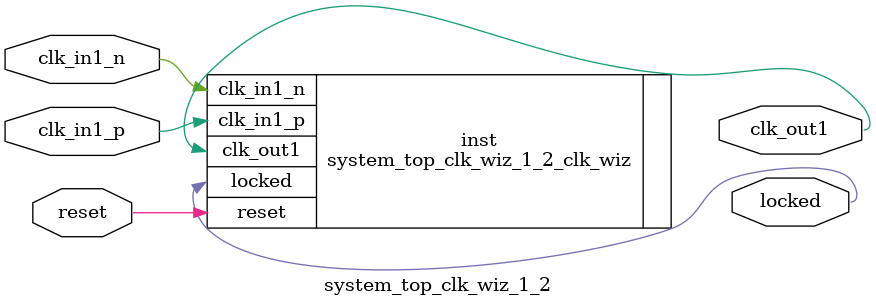
<source format=v>


`timescale 1ps/1ps

(* CORE_GENERATION_INFO = "system_top_clk_wiz_1_2,clk_wiz_v6_0_11_0_0,{component_name=system_top_clk_wiz_1_2,use_phase_alignment=true,use_min_o_jitter=false,use_max_i_jitter=false,use_dyn_phase_shift=false,use_inclk_switchover=false,use_dyn_reconfig=false,enable_axi=0,feedback_source=FDBK_AUTO,PRIMITIVE=MMCM,num_out_clk=1,clkin1_period=10.000,clkin2_period=10.000,use_power_down=false,use_reset=true,use_locked=true,use_inclk_stopped=false,feedback_type=SINGLE,CLOCK_MGR_TYPE=NA,manual_override=false}" *)

module system_top_clk_wiz_1_2 
 (
  // Clock out ports
  output        clk_out1,
  // Status and control signals
  input         reset,
  output        locked,
 // Clock in ports
  input         clk_in1_p,
  input         clk_in1_n
 );

  system_top_clk_wiz_1_2_clk_wiz inst
  (
  // Clock out ports  
  .clk_out1(clk_out1),
  // Status and control signals               
  .reset(reset), 
  .locked(locked),
 // Clock in ports
  .clk_in1_p(clk_in1_p),
  .clk_in1_n(clk_in1_n)
  );

endmodule

</source>
